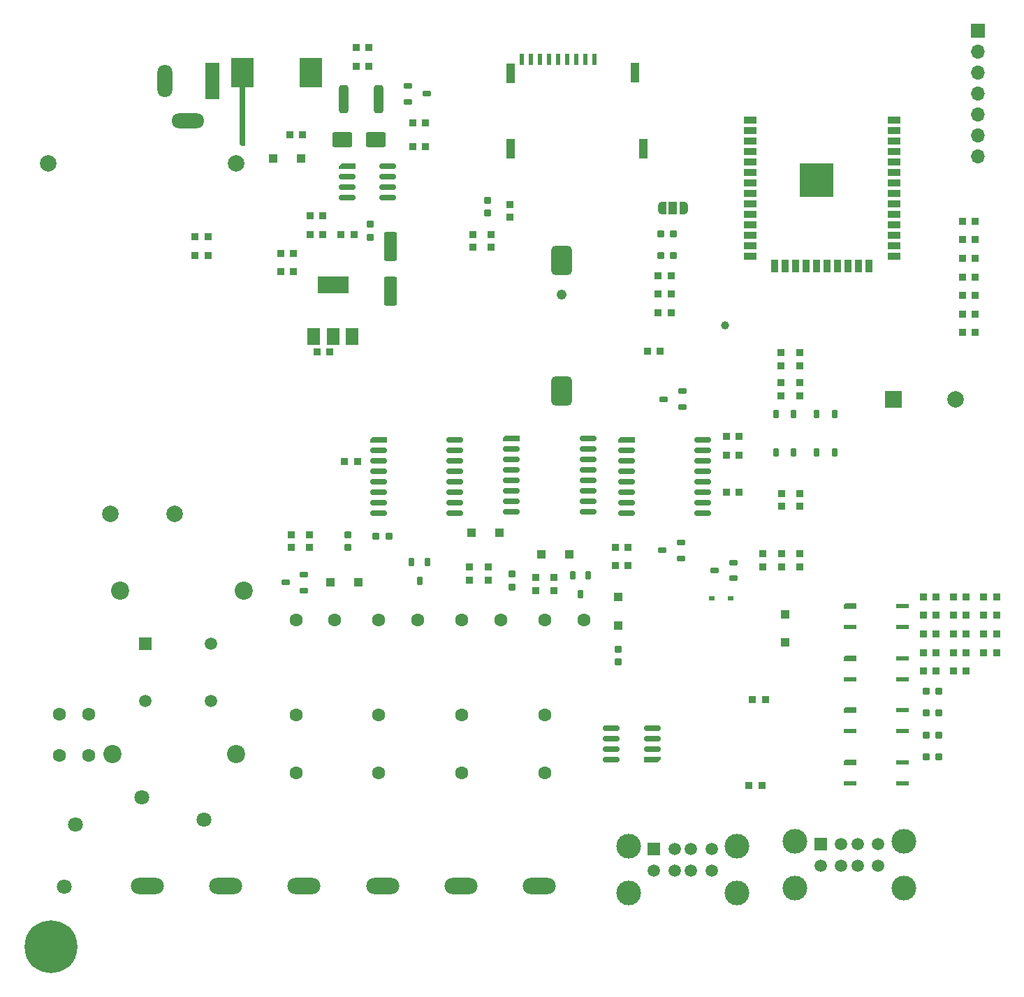
<source format=gbr>
%TF.GenerationSoftware,KiCad,Pcbnew,9.0.2*%
%TF.CreationDate,2025-09-14T14:53:03+07:00*%
%TF.ProjectId,train1,74726169-6e31-42e6-9b69-6361645f7063,rev?*%
%TF.SameCoordinates,Original*%
%TF.FileFunction,Soldermask,Top*%
%TF.FilePolarity,Negative*%
%FSLAX46Y46*%
G04 Gerber Fmt 4.6, Leading zero omitted, Abs format (unit mm)*
G04 Created by KiCad (PCBNEW 9.0.2) date 2025-09-14 14:53:03*
%MOMM*%
%LPD*%
G01*
G04 APERTURE LIST*
G04 Aperture macros list*
%AMRoundRect*
0 Rectangle with rounded corners*
0 $1 Rounding radius*
0 $2 $3 $4 $5 $6 $7 $8 $9 X,Y pos of 4 corners*
0 Add a 4 corners polygon primitive as box body*
4,1,4,$2,$3,$4,$5,$6,$7,$8,$9,$2,$3,0*
0 Add four circle primitives for the rounded corners*
1,1,$1+$1,$2,$3*
1,1,$1+$1,$4,$5*
1,1,$1+$1,$6,$7*
1,1,$1+$1,$8,$9*
0 Add four rect primitives between the rounded corners*
20,1,$1+$1,$2,$3,$4,$5,0*
20,1,$1+$1,$4,$5,$6,$7,0*
20,1,$1+$1,$6,$7,$8,$9,0*
20,1,$1+$1,$8,$9,$2,$3,0*%
%AMOutline4P*
0 Free polygon, 4 corners , with rotation*
0 The origin of the aperture is its center*
0 number of corners: always 4*
0 $1 to $8 corner X, Y*
0 $9 Rotation angle, in degrees counterclockwise*
0 create outline with 4 corners*
4,1,4,$1,$2,$3,$4,$5,$6,$7,$8,$1,$2,$9*%
%AMOutline5P*
0 Free polygon, 5 corners , with rotation*
0 The origin of the aperture is its center*
0 number of corners: always 5*
0 $1 to $10 corner X, Y*
0 $11 Rotation angle, in degrees counterclockwise*
0 create outline with 5 corners*
4,1,5,$1,$2,$3,$4,$5,$6,$7,$8,$9,$10,$1,$2,$11*%
%AMOutline6P*
0 Free polygon, 6 corners , with rotation*
0 The origin of the aperture is its center*
0 number of corners: always 6*
0 $1 to $12 corner X, Y*
0 $13 Rotation angle, in degrees counterclockwise*
0 create outline with 6 corners*
4,1,6,$1,$2,$3,$4,$5,$6,$7,$8,$9,$10,$11,$12,$1,$2,$13*%
%AMOutline7P*
0 Free polygon, 7 corners , with rotation*
0 The origin of the aperture is its center*
0 number of corners: always 7*
0 $1 to $14 corner X, Y*
0 $15 Rotation angle, in degrees counterclockwise*
0 create outline with 7 corners*
4,1,7,$1,$2,$3,$4,$5,$6,$7,$8,$9,$10,$11,$12,$13,$14,$1,$2,$15*%
%AMOutline8P*
0 Free polygon, 8 corners , with rotation*
0 The origin of the aperture is its center*
0 number of corners: always 8*
0 $1 to $16 corner X, Y*
0 $17 Rotation angle, in degrees counterclockwise*
0 create outline with 8 corners*
4,1,8,$1,$2,$3,$4,$5,$6,$7,$8,$9,$10,$11,$12,$13,$14,$15,$16,$1,$2,$17*%
%AMFreePoly0*
4,1,23,0.550000,-0.750000,0.000000,-0.750000,0.000000,-0.745722,-0.065263,-0.745722,-0.191342,-0.711940,-0.304381,-0.646677,-0.396677,-0.554381,-0.461940,-0.441342,-0.495722,-0.315263,-0.495722,-0.250000,-0.500000,-0.250000,-0.500000,0.250000,-0.495722,0.250000,-0.495722,0.315263,-0.461940,0.441342,-0.396677,0.554381,-0.304381,0.646677,-0.191342,0.711940,-0.065263,0.745722,0.000000,0.745722,
0.000000,0.750000,0.550000,0.750000,0.550000,-0.750000,0.550000,-0.750000,$1*%
%AMFreePoly1*
4,1,23,0.000000,0.745722,0.065263,0.745722,0.191342,0.711940,0.304381,0.646677,0.396677,0.554381,0.461940,0.441342,0.495722,0.315263,0.495722,0.250000,0.500000,0.250000,0.500000,-0.250000,0.495722,-0.250000,0.495722,-0.315263,0.461940,-0.441342,0.396677,-0.554381,0.304381,-0.646677,0.191342,-0.711940,0.065263,-0.745722,0.000000,-0.745722,0.000000,-0.750000,-0.550000,-0.750000,
-0.550000,0.750000,0.000000,0.750000,0.000000,0.745722,0.000000,0.745722,$1*%
G04 Aperture macros list end*
%ADD10R,2.000000X2.000000*%
%ADD11C,2.000000*%
%ADD12O,1.700000X1.700000*%
%ADD13R,1.700000X1.700000*%
%ADD14R,2.700000X3.600000*%
%ADD15RoundRect,0.275000X0.275000X0.275000X-0.275000X0.275000X-0.275000X-0.275000X0.275000X-0.275000X0*%
%ADD16RoundRect,0.180000X1.020000X0.720000X-1.020000X0.720000X-1.020000X-0.720000X1.020000X-0.720000X0*%
%ADD17RoundRect,0.085000X0.340000X0.365000X-0.340000X0.365000X-0.340000X-0.365000X0.340000X-0.365000X0*%
%ADD18RoundRect,0.085000X-0.340000X-0.365000X0.340000X-0.365000X0.340000X0.365000X-0.340000X0.365000X0*%
%ADD19RoundRect,0.250000X0.312500X1.450000X-0.312500X1.450000X-0.312500X-1.450000X0.312500X-1.450000X0*%
%ADD20RoundRect,0.127500X0.322500X-0.297500X0.322500X0.297500X-0.322500X0.297500X-0.322500X-0.297500X0*%
%ADD21RoundRect,0.150000X-0.825000X-0.150000X0.825000X-0.150000X0.825000X0.150000X-0.825000X0.150000X0*%
%ADD22Outline5P,-0.975000X0.000000X-0.675000X0.300000X0.975000X0.300000X0.975000X-0.300000X-0.975000X-0.300000X0.000000*%
%ADD23RoundRect,0.127500X-0.297500X-0.322500X0.297500X-0.322500X0.297500X0.322500X-0.297500X0.322500X0*%
%ADD24Outline5P,-0.750000X0.120000X-0.570000X0.300000X0.750000X0.300000X0.750000X-0.300000X-0.750000X-0.300000X0.000000*%
%ADD25R,1.500000X0.600000*%
%ADD26RoundRect,0.085000X0.365000X-0.340000X0.365000X0.340000X-0.365000X0.340000X-0.365000X-0.340000X0*%
%ADD27C,1.607998*%
%ADD28C,1.600000*%
%ADD29R,1.500000X1.500000*%
%ADD30C,1.500000*%
%ADD31C,3.000000*%
%ADD32RoundRect,0.085000X-0.365000X0.340000X-0.365000X-0.340000X0.365000X-0.340000X0.365000X0.340000X0*%
%ADD33Outline4P,-0.750000X-0.750000X0.750000X-0.750000X0.750000X0.750000X-0.750000X0.750000X0.000000*%
%ADD34RoundRect,0.090000X-0.410000X-0.210000X0.410000X-0.210000X0.410000X0.210000X-0.410000X0.210000X0*%
%ADD35Outline5P,-1.025000X0.000000X-0.725000X0.300000X1.025000X0.300000X1.025000X-0.300000X-1.025000X-0.300000X0.000000*%
%ADD36RoundRect,0.150000X-0.875000X-0.150000X0.875000X-0.150000X0.875000X0.150000X-0.875000X0.150000X0*%
%ADD37C,2.200000*%
%ADD38RoundRect,0.275000X0.275000X-0.275000X0.275000X0.275000X-0.275000X0.275000X-0.275000X-0.275000X0*%
%ADD39RoundRect,0.162500X-0.162500X0.362500X-0.162500X-0.362500X0.162500X-0.362500X0.162500X0.362500X0*%
%ADD40RoundRect,0.090000X-0.210000X0.410000X-0.210000X-0.410000X0.210000X-0.410000X0.210000X0.410000X0*%
%ADD41C,1.800000*%
%ADD42C,1.244600*%
%ADD43RoundRect,0.647700X0.647700X-1.155700X0.647700X1.155700X-0.647700X1.155700X-0.647700X-1.155700X0*%
%ADD44R,1.500000X0.900000*%
%ADD45R,0.900000X1.500000*%
%ADD46C,0.600000*%
%ADD47R,4.100000X4.100000*%
%ADD48R,0.800000X0.600000*%
%ADD49FreePoly0,0.000000*%
%ADD50R,1.000000X1.500000*%
%ADD51FreePoly1,0.000000*%
%ADD52RoundRect,0.090000X0.410000X0.210000X-0.410000X0.210000X-0.410000X-0.210000X0.410000X-0.210000X0*%
%ADD53R,0.620000X1.400000*%
%ADD54R,1.100000X2.400000*%
%ADD55R,1.800000X4.400000*%
%ADD56O,1.800000X4.000000*%
%ADD57O,4.000000X1.800000*%
%ADD58RoundRect,0.250000X0.550000X-1.500000X0.550000X1.500000X-0.550000X1.500000X-0.550000X-1.500000X0*%
%ADD59R,1.500000X2.000000*%
%ADD60R,3.800000X2.000000*%
%ADD61C,1.000000*%
%ADD62Outline5P,-0.975000X0.000000X-0.675000X0.300000X0.975000X0.300000X0.975000X-0.300000X-0.975000X-0.300000X180.000000*%
%ADD63RoundRect,0.150000X0.825000X0.150000X-0.825000X0.150000X-0.825000X-0.150000X0.825000X-0.150000X0*%
%ADD64O,4.000000X2.000000*%
%ADD65C,0.800000*%
%ADD66C,6.400000*%
%ADD67RoundRect,0.127500X0.297500X0.322500X-0.297500X0.322500X-0.297500X-0.322500X0.297500X-0.322500X0*%
G04 APERTURE END LIST*
D10*
%TO.C,BZ1*%
X249100000Y-74600000D03*
D11*
X256700000Y-74600000D03*
%TD*%
D12*
%TO.C,J5*%
X259400000Y-45140000D03*
X259400000Y-42600000D03*
X259400000Y-40060000D03*
X259400000Y-37520000D03*
X259400000Y-34980000D03*
X259400000Y-32440000D03*
D13*
X259400000Y-29900000D03*
%TD*%
D14*
%TO.C,L1*%
X170250000Y-35000000D03*
X178550000Y-35000000D03*
%TD*%
D15*
%TO.C,Z2*%
X177325000Y-45400000D03*
X173925000Y-45400000D03*
%TD*%
D16*
%TO.C,D2*%
X186400000Y-43100000D03*
X182350000Y-43100000D03*
%TD*%
D17*
%TO.C,C10*%
X175950000Y-42480000D03*
X177500000Y-42480000D03*
%TD*%
D18*
%TO.C,C14*%
X176435000Y-56900000D03*
X174885000Y-56900000D03*
%TD*%
D19*
%TO.C,F2*%
X182467500Y-38160000D03*
X186742500Y-38160000D03*
%TD*%
D18*
%TO.C,C17*%
X179975000Y-54600000D03*
X178425000Y-54600000D03*
%TD*%
%TO.C,R6*%
X183735000Y-54650000D03*
X182185000Y-54650000D03*
%TD*%
D20*
%TO.C,LE4*%
X185700000Y-54925000D03*
X185700000Y-53375000D03*
%TD*%
D18*
%TO.C,C16*%
X179975000Y-52350000D03*
X178425000Y-52350000D03*
%TD*%
%TO.C,C15*%
X176435000Y-59150000D03*
X174885000Y-59150000D03*
%TD*%
D17*
%TO.C,C8*%
X184025000Y-34200000D03*
X185575000Y-34200000D03*
%TD*%
D21*
%TO.C,U1*%
X187850000Y-46320000D03*
X187850000Y-47590000D03*
X187850000Y-48860000D03*
X187850000Y-50130000D03*
X182900000Y-50130000D03*
X182900000Y-48860000D03*
X182900000Y-47590000D03*
D22*
X182900000Y-46320000D03*
%TD*%
D18*
%TO.C,R17*%
X257975000Y-100805000D03*
X256425000Y-100805000D03*
%TD*%
%TO.C,C25*%
X254325000Y-103055000D03*
X252775000Y-103055000D03*
%TD*%
D23*
%TO.C,LE12*%
X253075000Y-117955000D03*
X254625000Y-117955000D03*
%TD*%
D24*
%TO.C,U9*%
X243850000Y-118635000D03*
D25*
X243850000Y-121175000D03*
X250200000Y-121175000D03*
X250200000Y-118635000D03*
%TD*%
D23*
%TO.C,LE2*%
X253075000Y-110005000D03*
X254625000Y-110005000D03*
%TD*%
D18*
%TO.C,C13*%
X254325000Y-100805000D03*
X252775000Y-100805000D03*
%TD*%
D23*
%TO.C,LE9*%
X253075000Y-115305000D03*
X254625000Y-115305000D03*
%TD*%
D25*
%TO.C,U8*%
X250200000Y-112310000D03*
X250200000Y-114850000D03*
X243850000Y-114850000D03*
D24*
X243850000Y-112310000D03*
%TD*%
D18*
%TO.C,R4*%
X254325000Y-107555000D03*
X252775000Y-107555000D03*
%TD*%
%TO.C,R3*%
X254325000Y-105305000D03*
X252775000Y-105305000D03*
%TD*%
D25*
%TO.C,U5*%
X250200000Y-99660000D03*
X250200000Y-102200000D03*
X243850000Y-102200000D03*
D24*
X243850000Y-99660000D03*
%TD*%
D18*
%TO.C,R20*%
X257975000Y-107555000D03*
X256425000Y-107555000D03*
%TD*%
%TO.C,R19*%
X257975000Y-105305000D03*
X256425000Y-105305000D03*
%TD*%
D25*
%TO.C,U6*%
X250200000Y-105985000D03*
X250200000Y-108525000D03*
X243850000Y-108525000D03*
D24*
X243850000Y-105985000D03*
%TD*%
D18*
%TO.C,R18*%
X257975000Y-103055000D03*
X256425000Y-103055000D03*
%TD*%
D23*
%TO.C,LE3*%
X253075000Y-112655000D03*
X254625000Y-112655000D03*
%TD*%
D26*
%TO.C,R1*%
X202650000Y-52525000D03*
X202650000Y-50975000D03*
%TD*%
%TO.C,R9*%
X197737500Y-96512499D03*
X197737500Y-94962499D03*
%TD*%
D18*
%TO.C,R36*%
X219325000Y-68800000D03*
X220875000Y-68800000D03*
%TD*%
D23*
%TO.C,LE14*%
X222490000Y-57150000D03*
X220940000Y-57150000D03*
%TD*%
D27*
%TO.C,RL3*%
X186766665Y-101400000D03*
X186766665Y-112900000D03*
X186766665Y-119899998D03*
X191466666Y-101400000D03*
%TD*%
D18*
%TO.C,C12*%
X252775000Y-98555000D03*
X254325000Y-98555000D03*
%TD*%
D28*
%TO.C,C2*%
X148050000Y-117800000D03*
X148050000Y-112800000D03*
%TD*%
D11*
%TO.C,PS1*%
X154200000Y-88450000D03*
X162000000Y-88450000D03*
X146700000Y-45950000D03*
X169500000Y-45950000D03*
%TD*%
D18*
%TO.C,R38*%
X164500000Y-57150000D03*
X166050000Y-57150000D03*
%TD*%
D20*
%TO.C,LE8*%
X202900000Y-95812500D03*
X202900000Y-97362500D03*
%TD*%
D18*
%TO.C,R32*%
X257510000Y-64250000D03*
X259060000Y-64250000D03*
%TD*%
%TO.C,R23*%
X231625000Y-121400000D03*
X233175000Y-121400000D03*
%TD*%
D29*
%TO.C,J2*%
X220100000Y-129120000D03*
D30*
X222600000Y-129120000D03*
X224600000Y-129120000D03*
X227100000Y-129120000D03*
X220100000Y-131740000D03*
X222600000Y-131740000D03*
X224600000Y-131740000D03*
X227100000Y-131740000D03*
D31*
X217030000Y-128770000D03*
X217030000Y-134450000D03*
X230170000Y-128770000D03*
X230170000Y-134450000D03*
%TD*%
D15*
%TO.C,D7*%
X180907500Y-96764999D03*
X184307500Y-96764999D03*
%TD*%
D32*
%TO.C,R14*%
X176119999Y-91040000D03*
X176119999Y-92590000D03*
%TD*%
D26*
%TO.C,C6*%
X198150000Y-56175000D03*
X198150000Y-54625000D03*
%TD*%
D17*
%TO.C,C11*%
X192390000Y-41100000D03*
X190840000Y-41100000D03*
%TD*%
D26*
%TO.C,R22*%
X237800000Y-87600000D03*
X237800000Y-86050000D03*
%TD*%
D33*
%TO.C,FL1*%
X158450000Y-104200000D03*
D30*
X158450000Y-111200000D03*
X166450000Y-104200000D03*
X166450000Y-111200000D03*
%TD*%
D18*
%TO.C,R11*%
X215415000Y-92530000D03*
X216965000Y-92530000D03*
%TD*%
D32*
%TO.C,C28*%
X235500000Y-68950000D03*
X235500000Y-70500000D03*
%TD*%
D34*
%TO.C,Q6*%
X190277500Y-36600000D03*
X190277500Y-38500000D03*
X192552500Y-37550000D03*
%TD*%
D35*
%TO.C,IC2*%
X202800000Y-79310000D03*
D36*
X202800000Y-80580000D03*
X202800000Y-81850000D03*
X202800000Y-83120000D03*
X202800000Y-84390000D03*
X202800000Y-85660000D03*
X202800000Y-86930000D03*
X202800000Y-88200000D03*
X212100000Y-88200000D03*
X212100000Y-86930000D03*
X212100000Y-85660000D03*
X212100000Y-84390000D03*
X212100000Y-83120000D03*
X212100000Y-81850000D03*
X212100000Y-80580000D03*
X212100000Y-79310000D03*
%TD*%
D26*
%TO.C,C7*%
X200400000Y-56175000D03*
X200400000Y-54625000D03*
%TD*%
D27*
%TO.C,RL1*%
X196833331Y-101400000D03*
X196833331Y-112900000D03*
X196833331Y-119899998D03*
X201533332Y-101400000D03*
%TD*%
D37*
%TO.C,C1*%
X154490000Y-117590000D03*
X169490000Y-117590000D03*
%TD*%
D18*
%TO.C,C26*%
X257510000Y-53000000D03*
X259060000Y-53000000D03*
%TD*%
D38*
%TO.C,D6*%
X215800000Y-98600000D03*
X215800000Y-102000000D03*
%TD*%
D26*
%TO.C,C22*%
X233300000Y-94900000D03*
X233300000Y-93350000D03*
%TD*%
D39*
%TO.C,SW2*%
X237050000Y-76350000D03*
X237050000Y-81000000D03*
X234900000Y-76350000D03*
X234900000Y-81000000D03*
%TD*%
D40*
%TO.C,Q5*%
X212150000Y-95950000D03*
X210250000Y-95950000D03*
X211200000Y-98225000D03*
%TD*%
D18*
%TO.C,C31*%
X257510000Y-57500000D03*
X259060000Y-57500000D03*
%TD*%
D17*
%TO.C,R2*%
X185575000Y-31950000D03*
X184025000Y-31950000D03*
%TD*%
D18*
%TO.C,R7*%
X232050000Y-111000000D03*
X233600000Y-111000000D03*
%TD*%
D37*
%TO.C,C3*%
X155390000Y-97810000D03*
X170390000Y-97810000D03*
%TD*%
D18*
%TO.C,C29*%
X257510000Y-55250000D03*
X259060000Y-55250000D03*
%TD*%
D32*
%TO.C,R35*%
X235500000Y-72600000D03*
X235500000Y-74150000D03*
%TD*%
D26*
%TO.C,R10*%
X199987500Y-96512499D03*
X199987500Y-94962499D03*
%TD*%
D27*
%TO.C,RL4*%
X176699999Y-101400000D03*
X176699999Y-112900000D03*
X176699999Y-119899998D03*
X181400000Y-101400000D03*
%TD*%
D18*
%TO.C,R29*%
X260075000Y-105305000D03*
X261625000Y-105305000D03*
%TD*%
D41*
%TO.C,RV1*%
X158050000Y-122850000D03*
X165550000Y-125550000D03*
%TD*%
D42*
%TO.C,BT1*%
X208899998Y-61928500D03*
D43*
X208899998Y-57775600D03*
X208899998Y-73574400D03*
%TD*%
D18*
%TO.C,R37*%
X164500000Y-54900000D03*
X166050000Y-54900000D03*
%TD*%
D44*
%TO.C,U10*%
X231750000Y-40715000D03*
X231750000Y-41985000D03*
X231750000Y-43255000D03*
X231750000Y-44525000D03*
X231750000Y-45795000D03*
X231750000Y-47065000D03*
X231750000Y-48335000D03*
X231750000Y-49605000D03*
X231750000Y-50875000D03*
X231750000Y-52145000D03*
X231750000Y-53415000D03*
X231750000Y-54685000D03*
X231750000Y-55955000D03*
X231750000Y-57225000D03*
D45*
X234780000Y-58475000D03*
X236050000Y-58475000D03*
X237320000Y-58475000D03*
X238590000Y-58475000D03*
X239860000Y-58475000D03*
X241130000Y-58475000D03*
X242400000Y-58475000D03*
X243670000Y-58475000D03*
X244940000Y-58475000D03*
X246210000Y-58475000D03*
D44*
X249250000Y-57225000D03*
X249250000Y-55955000D03*
X249250000Y-54685000D03*
X249250000Y-53415000D03*
X249250000Y-52145000D03*
X249250000Y-50875000D03*
X249250000Y-49605000D03*
X249250000Y-48335000D03*
X249250000Y-47065000D03*
X249250000Y-45795000D03*
X249250000Y-44525000D03*
X249250000Y-43255000D03*
X249250000Y-41985000D03*
X249250000Y-40715000D03*
D46*
X238250000Y-46475000D03*
X238250000Y-47475000D03*
X238250000Y-48475000D03*
X238250000Y-49475000D03*
X239250000Y-46475000D03*
X239250000Y-47475000D03*
X239250000Y-48475000D03*
X239250000Y-49475000D03*
D47*
X239820000Y-48055000D03*
D46*
X240250000Y-46475000D03*
X240250000Y-47475000D03*
X240250000Y-48475000D03*
X240250000Y-49475000D03*
X241250000Y-46475000D03*
X241250000Y-47475000D03*
X241250000Y-48475000D03*
X241250000Y-49475000D03*
%TD*%
D15*
%TO.C,D5*%
X197987500Y-90737499D03*
X201387500Y-90737499D03*
%TD*%
D48*
%TO.C,D3*%
X229440400Y-98745000D03*
X227160400Y-98745000D03*
%TD*%
D49*
%TO.C,JP2*%
X221115000Y-51400000D03*
D50*
X222415000Y-51400000D03*
D51*
X223715000Y-51400000D03*
%TD*%
D18*
%TO.C,R33*%
X257510000Y-66500000D03*
X259060000Y-66500000D03*
%TD*%
D26*
%TO.C,R15*%
X205750000Y-97775000D03*
X205750000Y-96225000D03*
%TD*%
D52*
%TO.C,D4*%
X223529000Y-75524558D03*
X223529000Y-73624558D03*
X221254000Y-74574558D03*
%TD*%
D53*
%TO.C,J6*%
X212905000Y-33400000D03*
X211805000Y-33400000D03*
X210705000Y-33400000D03*
X209605000Y-33400000D03*
X208505000Y-33400000D03*
X207405000Y-33400000D03*
X206305000Y-33400000D03*
X205205000Y-33400000D03*
X204105000Y-33400000D03*
D54*
X202725000Y-35025000D03*
X202725000Y-44205000D03*
X217825000Y-34950000D03*
X218800000Y-44200000D03*
%TD*%
D38*
%TO.C,Z1*%
X235985000Y-100670000D03*
X235985000Y-104070000D03*
%TD*%
D18*
%TO.C,C33*%
X220640000Y-64100000D03*
X222190000Y-64100000D03*
%TD*%
D26*
%TO.C,C23*%
X235550000Y-94900000D03*
X235550000Y-93350000D03*
%TD*%
D18*
%TO.C,R8*%
X228905000Y-85837893D03*
X230455000Y-85837893D03*
%TD*%
D55*
%TO.C,J1*%
X166600000Y-36000000D03*
D56*
X160800000Y-36000000D03*
D57*
X163600000Y-40800000D03*
%TD*%
D20*
%TO.C,LE6*%
X215815000Y-104930000D03*
X215815000Y-106480000D03*
%TD*%
D27*
%TO.C,RL2*%
X206899999Y-101400000D03*
X206899999Y-112900000D03*
X206899999Y-119899998D03*
X211600000Y-101400000D03*
%TD*%
D20*
%TO.C,LE7*%
X182969999Y-91040000D03*
X182969999Y-92590000D03*
%TD*%
D26*
%TO.C,C24*%
X237800000Y-94900000D03*
X237800000Y-93350000D03*
%TD*%
D58*
%TO.C,C5*%
X188200000Y-61500000D03*
X188200000Y-56100000D03*
%TD*%
D59*
%TO.C,U2*%
X178900000Y-67000000D03*
X181200000Y-67000000D03*
D60*
X181200000Y-60700000D03*
D59*
X183500000Y-67000000D03*
%TD*%
D18*
%TO.C,C19*%
X228905000Y-81337893D03*
X230455000Y-81337893D03*
%TD*%
D32*
%TO.C,R34*%
X237750000Y-72600000D03*
X237750000Y-74150000D03*
%TD*%
D26*
%TO.C,R16*%
X208000000Y-97775000D03*
X208000000Y-96225000D03*
%TD*%
D15*
%TO.C,D8*%
X206470000Y-93440000D03*
X209870000Y-93440000D03*
%TD*%
D18*
%TO.C,C30*%
X220640000Y-59600000D03*
X222190000Y-59600000D03*
%TD*%
D26*
%TO.C,R21*%
X235550000Y-87600000D03*
X235550000Y-86050000D03*
%TD*%
D18*
%TO.C,R30*%
X257510000Y-59750000D03*
X259060000Y-59750000D03*
%TD*%
%TO.C,C18*%
X228905000Y-79087893D03*
X230455000Y-79087893D03*
%TD*%
D41*
%TO.C,F1*%
X148600000Y-133700000D03*
X150000000Y-126200000D03*
%TD*%
D18*
%TO.C,R5*%
X256425000Y-98555000D03*
X257975000Y-98555000D03*
%TD*%
D23*
%TO.C,LE13*%
X222490000Y-54500000D03*
X220940000Y-54500000D03*
%TD*%
D29*
%TO.C,J4*%
X240300000Y-128520000D03*
D30*
X242800000Y-128520000D03*
X244800000Y-128520000D03*
X247300000Y-128520000D03*
X240300000Y-131140000D03*
X242800000Y-131140000D03*
X244800000Y-131140000D03*
X247300000Y-131140000D03*
D31*
X237230000Y-128170000D03*
X237230000Y-133850000D03*
X250370000Y-128170000D03*
X250370000Y-133850000D03*
%TD*%
D18*
%TO.C,R26*%
X260075000Y-98555000D03*
X261625000Y-98555000D03*
%TD*%
D40*
%TO.C,Q2*%
X192637500Y-94349999D03*
X190737500Y-94349999D03*
X191687500Y-96624999D03*
%TD*%
D61*
%TO.C,TP1*%
X228765000Y-65670000D03*
%TD*%
D18*
%TO.C,R27*%
X260075000Y-100805000D03*
X261625000Y-100805000D03*
%TD*%
D62*
%TO.C,U4*%
X219900000Y-118280000D03*
D63*
X219900000Y-117010000D03*
X219900000Y-115740000D03*
X219900000Y-114470000D03*
X214950000Y-114470000D03*
X214950000Y-115740000D03*
X214950000Y-117010000D03*
X214950000Y-118280000D03*
%TD*%
D52*
%TO.C,Q3*%
X223352500Y-93880000D03*
X223352500Y-91980000D03*
X221077500Y-92930000D03*
%TD*%
D32*
%TO.C,C27*%
X237750000Y-68950000D03*
X237750000Y-70500000D03*
%TD*%
D18*
%TO.C,C21*%
X182605000Y-82156393D03*
X184155000Y-82156393D03*
%TD*%
D35*
%TO.C,IC1*%
X216750000Y-79501500D03*
D36*
X216750000Y-80771500D03*
X216750000Y-82041500D03*
X216750000Y-83311500D03*
X216750000Y-84581500D03*
X216750000Y-85851500D03*
X216750000Y-87121500D03*
X216750000Y-88391500D03*
X226050000Y-88391500D03*
X226050000Y-87121500D03*
X226050000Y-85851500D03*
X226050000Y-84581500D03*
X226050000Y-83311500D03*
X226050000Y-82041500D03*
X226050000Y-80771500D03*
X226050000Y-79501500D03*
%TD*%
D32*
%TO.C,R13*%
X178369999Y-91040000D03*
X178369999Y-92590000D03*
%TD*%
D52*
%TO.C,Q1*%
X229752500Y-96320000D03*
X229752500Y-94420000D03*
X227477500Y-95370000D03*
%TD*%
D17*
%TO.C,C9*%
X192390000Y-43950000D03*
X190840000Y-43950000D03*
%TD*%
D18*
%TO.C,C20*%
X179240000Y-68856393D03*
X180790000Y-68856393D03*
%TD*%
D64*
%TO.C,J3*%
X158700000Y-133600000D03*
X168200000Y-133600000D03*
X177700000Y-133600000D03*
X187200000Y-133600000D03*
X196700000Y-133600000D03*
X206200000Y-133600000D03*
%TD*%
D18*
%TO.C,C32*%
X220640000Y-61850000D03*
X222190000Y-61850000D03*
%TD*%
%TO.C,R28*%
X260075000Y-103055000D03*
X261625000Y-103055000D03*
%TD*%
D39*
%TO.C,SW1*%
X242000000Y-76350000D03*
X242000000Y-81000000D03*
X239850000Y-76350000D03*
X239850000Y-81000000D03*
%TD*%
D65*
%TO.C,H1*%
X144600000Y-141000000D03*
X145302944Y-139302944D03*
X145302944Y-142697056D03*
X147000000Y-138600000D03*
D66*
X147000000Y-141000000D03*
D65*
X147000000Y-143400000D03*
X148697056Y-139302944D03*
X148697056Y-142697056D03*
X149400000Y-141000000D03*
%TD*%
D52*
%TO.C,Q4*%
X177707500Y-97764999D03*
X177707500Y-95864999D03*
X175432500Y-96814999D03*
%TD*%
D18*
%TO.C,R12*%
X215415000Y-94780000D03*
X216965000Y-94780000D03*
%TD*%
D35*
%TO.C,U3*%
X186700000Y-79520000D03*
D36*
X186700000Y-80790000D03*
X186700000Y-82060000D03*
X186700000Y-83330000D03*
X186700000Y-84600000D03*
X186700000Y-85870000D03*
X186700000Y-87140000D03*
X186700000Y-88410000D03*
X196000000Y-88410000D03*
X196000000Y-87140000D03*
X196000000Y-85870000D03*
X196000000Y-84600000D03*
X196000000Y-83330000D03*
X196000000Y-82060000D03*
X196000000Y-80790000D03*
X196000000Y-79520000D03*
%TD*%
D20*
%TO.C,LE1*%
X199950000Y-50460000D03*
X199950000Y-52010000D03*
%TD*%
D28*
%TO.C,C4*%
X151600000Y-117800000D03*
X151600000Y-112800000D03*
%TD*%
D67*
%TO.C,LE5*%
X186412500Y-91177499D03*
X187962500Y-91177499D03*
%TD*%
D18*
%TO.C,R31*%
X257510000Y-62000000D03*
X259060000Y-62000000D03*
%TD*%
G36*
X170105203Y-35805649D02*
G01*
X170111681Y-35811681D01*
X170563681Y-36263681D01*
X170597166Y-36325004D01*
X170600000Y-36351362D01*
X170600000Y-43776000D01*
X170580315Y-43843039D01*
X170527511Y-43888794D01*
X170476000Y-43900000D01*
X170151362Y-43900000D01*
X170084323Y-43880315D01*
X170063681Y-43863681D01*
X169936319Y-43736319D01*
X169902834Y-43674996D01*
X169900000Y-43648638D01*
X169900000Y-35899362D01*
X169919685Y-35832323D01*
X169972489Y-35786568D01*
X170041647Y-35776624D01*
X170105203Y-35805649D01*
G37*
M02*

</source>
